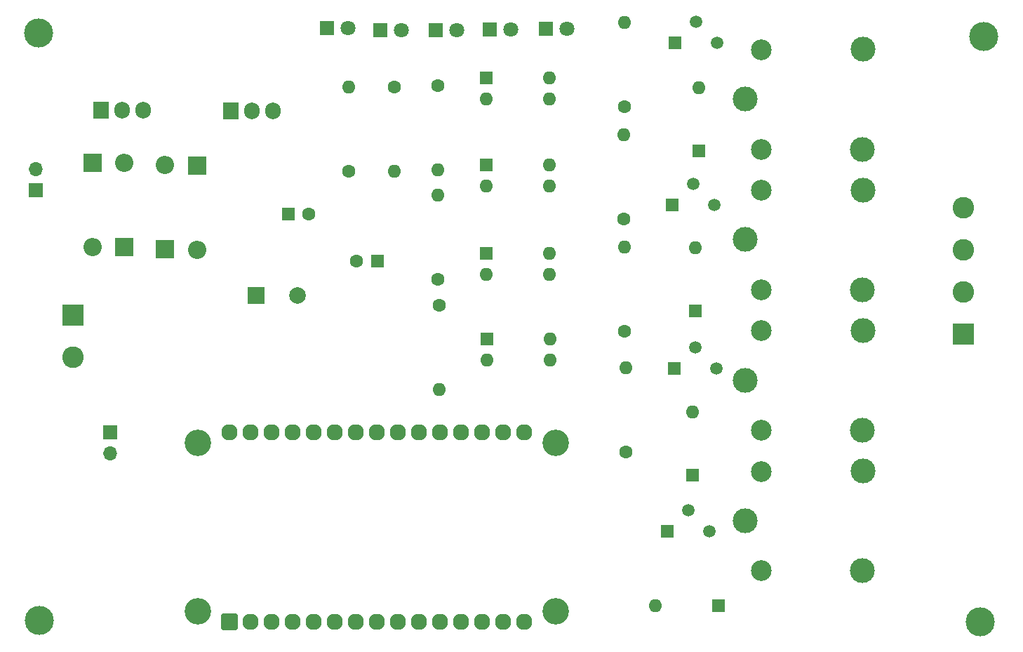
<source format=gbr>
%TF.GenerationSoftware,KiCad,Pcbnew,8.0.7*%
%TF.CreationDate,2025-08-04T19:52:47+05:30*%
%TF.ProjectId,IOT,494f542e-6b69-4636-9164-5f7063625858,rev?*%
%TF.SameCoordinates,Original*%
%TF.FileFunction,Soldermask,Top*%
%TF.FilePolarity,Negative*%
%FSLAX46Y46*%
G04 Gerber Fmt 4.6, Leading zero omitted, Abs format (unit mm)*
G04 Created by KiCad (PCBNEW 8.0.7) date 2025-08-04 19:52:47*
%MOMM*%
%LPD*%
G01*
G04 APERTURE LIST*
G04 Aperture macros list*
%AMRoundRect*
0 Rectangle with rounded corners*
0 $1 Rounding radius*
0 $2 $3 $4 $5 $6 $7 $8 $9 X,Y pos of 4 corners*
0 Add a 4 corners polygon primitive as box body*
4,1,4,$2,$3,$4,$5,$6,$7,$8,$9,$2,$3,0*
0 Add four circle primitives for the rounded corners*
1,1,$1+$1,$2,$3*
1,1,$1+$1,$4,$5*
1,1,$1+$1,$6,$7*
1,1,$1+$1,$8,$9*
0 Add four rect primitives between the rounded corners*
20,1,$1+$1,$2,$3,$4,$5,0*
20,1,$1+$1,$4,$5,$6,$7,0*
20,1,$1+$1,$6,$7,$8,$9,0*
20,1,$1+$1,$8,$9,$2,$3,0*%
G04 Aperture macros list end*
%ADD10R,1.700000X1.700000*%
%ADD11O,1.700000X1.700000*%
%ADD12O,1.905000X2.000000*%
%ADD13R,1.905000X2.000000*%
%ADD14R,1.600000X1.600000*%
%ADD15C,1.600000*%
%ADD16O,1.600000X1.600000*%
%ADD17R,2.200000X2.200000*%
%ADD18O,2.200000X2.200000*%
%ADD19R,1.800000X1.800000*%
%ADD20C,1.800000*%
%ADD21C,3.500000*%
%ADD22R,2.600000X2.600000*%
%ADD23C,2.600000*%
%ADD24C,3.200000*%
%ADD25RoundRect,0.102000X0.876300X-0.876300X0.876300X0.876300X-0.876300X0.876300X-0.876300X-0.876300X0*%
%ADD26C,1.956600*%
%ADD27C,3.000000*%
%ADD28C,2.500000*%
%ADD29R,1.500000X1.500000*%
%ADD30C,1.500000*%
%ADD31R,2.000000X2.000000*%
%ADD32C,2.000000*%
G04 APERTURE END LIST*
D10*
%TO.C,J4*%
X130825000Y-47725000D03*
D11*
X130825000Y-45185000D03*
%TD*%
D12*
%TO.C,U7*%
X143775000Y-38075000D03*
X141235000Y-38075000D03*
D13*
X138695000Y-38075000D03*
%TD*%
D14*
%TO.C,C3*%
X161275000Y-50600000D03*
D15*
X163775000Y-50600000D03*
%TD*%
%TO.C,R9*%
X202025000Y-79255000D03*
D16*
X202025000Y-69095000D03*
%TD*%
D17*
%TO.C,D4*%
X150300000Y-44720000D03*
D18*
X150300000Y-54880000D03*
%TD*%
D10*
%TO.C,J3*%
X139750000Y-76900000D03*
D11*
X139750000Y-79440000D03*
%TD*%
D15*
%TO.C,R7*%
X201850000Y-64755000D03*
D16*
X201850000Y-54595000D03*
%TD*%
D14*
%TO.C,D8*%
X210075000Y-82060000D03*
D16*
X210075000Y-74440000D03*
%TD*%
D19*
%TO.C,D13*%
X192360000Y-28225000D03*
D20*
X194900000Y-28225000D03*
%TD*%
D21*
%TO.C,H2*%
X245225000Y-29150000D03*
%TD*%
D14*
%TO.C,U4*%
X185150000Y-55300000D03*
D16*
X185150000Y-57840000D03*
X192770000Y-57840000D03*
X192770000Y-55300000D03*
%TD*%
D15*
%TO.C,R3*%
X201850000Y-37605000D03*
D16*
X201850000Y-27445000D03*
%TD*%
D22*
%TO.C,J2*%
X242750000Y-65040000D03*
D23*
X242750000Y-59960000D03*
X242750000Y-54880000D03*
X242750000Y-49800000D03*
%TD*%
D15*
%TO.C,R4*%
X179300000Y-35100000D03*
D16*
X179300000Y-45260000D03*
%TD*%
D15*
%TO.C,R6*%
X179300000Y-58455000D03*
D16*
X179300000Y-48295000D03*
%TD*%
D19*
%TO.C,D10*%
X172335000Y-28425000D03*
D20*
X174875000Y-28425000D03*
%TD*%
D15*
%TO.C,R1*%
X168575000Y-45430000D03*
D16*
X168575000Y-35270000D03*
%TD*%
D24*
%TO.C,U6*%
X150380000Y-98490000D03*
X193560000Y-98490000D03*
X150380000Y-78170000D03*
X193560000Y-78170000D03*
D25*
X154190000Y-99760000D03*
D26*
X156730000Y-99760000D03*
X159270000Y-99760000D03*
X161810000Y-99760000D03*
X164350000Y-99760000D03*
X166890000Y-99760000D03*
X169430000Y-99760000D03*
X171970000Y-99760000D03*
X174510000Y-99760000D03*
X177050000Y-99760000D03*
X179590000Y-99760000D03*
X182130000Y-99760000D03*
X184670000Y-99760000D03*
X187210000Y-99760000D03*
X189750000Y-99760000D03*
X189750000Y-76900000D03*
X187210000Y-76900000D03*
X184670000Y-76900000D03*
X182130000Y-76900000D03*
X179590000Y-76900000D03*
X177050000Y-76900000D03*
X174510000Y-76900000D03*
X171970000Y-76900000D03*
X169430000Y-76900000D03*
X166890000Y-76900000D03*
X164350000Y-76900000D03*
X161810000Y-76900000D03*
X159270000Y-76900000D03*
X156730000Y-76900000D03*
X154190000Y-76900000D03*
%TD*%
D19*
%TO.C,D12*%
X185610000Y-28350000D03*
D20*
X188150000Y-28350000D03*
%TD*%
D13*
%TO.C,U1*%
X154310000Y-38145000D03*
D12*
X156850000Y-38145000D03*
X159390000Y-38145000D03*
%TD*%
D27*
%TO.C,K3*%
X216425000Y-70625000D03*
D28*
X218375000Y-76675000D03*
D27*
X230575000Y-76675000D03*
X230625000Y-64625000D03*
D28*
X218375000Y-64675000D03*
%TD*%
D29*
%TO.C,Q1*%
X207910000Y-29915000D03*
D30*
X210450000Y-27375000D03*
X212990000Y-29915000D03*
%TD*%
D15*
%TO.C,R8*%
X179475000Y-61600000D03*
D16*
X179475000Y-71760000D03*
%TD*%
D14*
%TO.C,C2*%
X172025000Y-56250000D03*
D15*
X169525000Y-56250000D03*
%TD*%
D17*
%TO.C,D1*%
X141450000Y-54555000D03*
D18*
X141450000Y-44395000D03*
%TD*%
D21*
%TO.C,H4*%
X131250000Y-99625000D03*
%TD*%
%TO.C,H1*%
X131175000Y-28775000D03*
%TD*%
D17*
%TO.C,D3*%
X137700000Y-44420000D03*
D18*
X137700000Y-54580000D03*
%TD*%
D14*
%TO.C,U2*%
X185175000Y-34175000D03*
D16*
X185175000Y-36715000D03*
X192795000Y-36715000D03*
X192795000Y-34175000D03*
%TD*%
D31*
%TO.C,C1*%
X157382323Y-60400000D03*
D32*
X162382323Y-60400000D03*
%TD*%
D27*
%TO.C,K2*%
X216425000Y-53675000D03*
D28*
X218375000Y-59725000D03*
D27*
X230575000Y-59725000D03*
X230625000Y-47675000D03*
D28*
X218375000Y-47725000D03*
%TD*%
D22*
%TO.C,J1*%
X135295000Y-62825000D03*
D23*
X135295000Y-67825000D03*
%TD*%
D14*
%TO.C,D7*%
X210375000Y-62260000D03*
D16*
X210375000Y-54640000D03*
%TD*%
D17*
%TO.C,D2*%
X146375000Y-54830000D03*
D18*
X146375000Y-44670000D03*
%TD*%
D27*
%TO.C,K1*%
X216425000Y-36725000D03*
D28*
X218375000Y-42775000D03*
D27*
X230575000Y-42775000D03*
X230625000Y-30725000D03*
D28*
X218375000Y-30775000D03*
%TD*%
D29*
%TO.C,Q4*%
X207025000Y-88825000D03*
D30*
X209565000Y-86285000D03*
X212105000Y-88825000D03*
%TD*%
D21*
%TO.C,H3*%
X244750000Y-99800000D03*
%TD*%
D15*
%TO.C,R2*%
X174050000Y-35270000D03*
D16*
X174050000Y-45430000D03*
%TD*%
D19*
%TO.C,D11*%
X179085000Y-28425000D03*
D20*
X181625000Y-28425000D03*
%TD*%
D14*
%TO.C,D6*%
X210825000Y-42985000D03*
D16*
X210825000Y-35365000D03*
%TD*%
D14*
%TO.C,U3*%
X185175000Y-44625000D03*
D16*
X185175000Y-47165000D03*
X192795000Y-47165000D03*
X192795000Y-44625000D03*
%TD*%
D27*
%TO.C,K4*%
X216425000Y-87575000D03*
D28*
X218375000Y-93625000D03*
D27*
X230575000Y-93625000D03*
X230625000Y-81575000D03*
D28*
X218375000Y-81625000D03*
%TD*%
D15*
%TO.C,R5*%
X201725000Y-51180000D03*
D16*
X201725000Y-41020000D03*
%TD*%
D29*
%TO.C,Q2*%
X207560000Y-49490000D03*
D30*
X210100000Y-46950000D03*
X212640000Y-49490000D03*
%TD*%
D19*
%TO.C,D5*%
X165935000Y-28175000D03*
D20*
X168475000Y-28175000D03*
%TD*%
D14*
%TO.C,U5*%
X185250000Y-65675000D03*
D16*
X185250000Y-68215000D03*
X192870000Y-68215000D03*
X192870000Y-65675000D03*
%TD*%
D29*
%TO.C,Q3*%
X207825000Y-69200000D03*
D30*
X210365000Y-66660000D03*
X212905000Y-69200000D03*
%TD*%
D14*
%TO.C,D9*%
X213185000Y-97825000D03*
D16*
X205565000Y-97825000D03*
%TD*%
M02*

</source>
